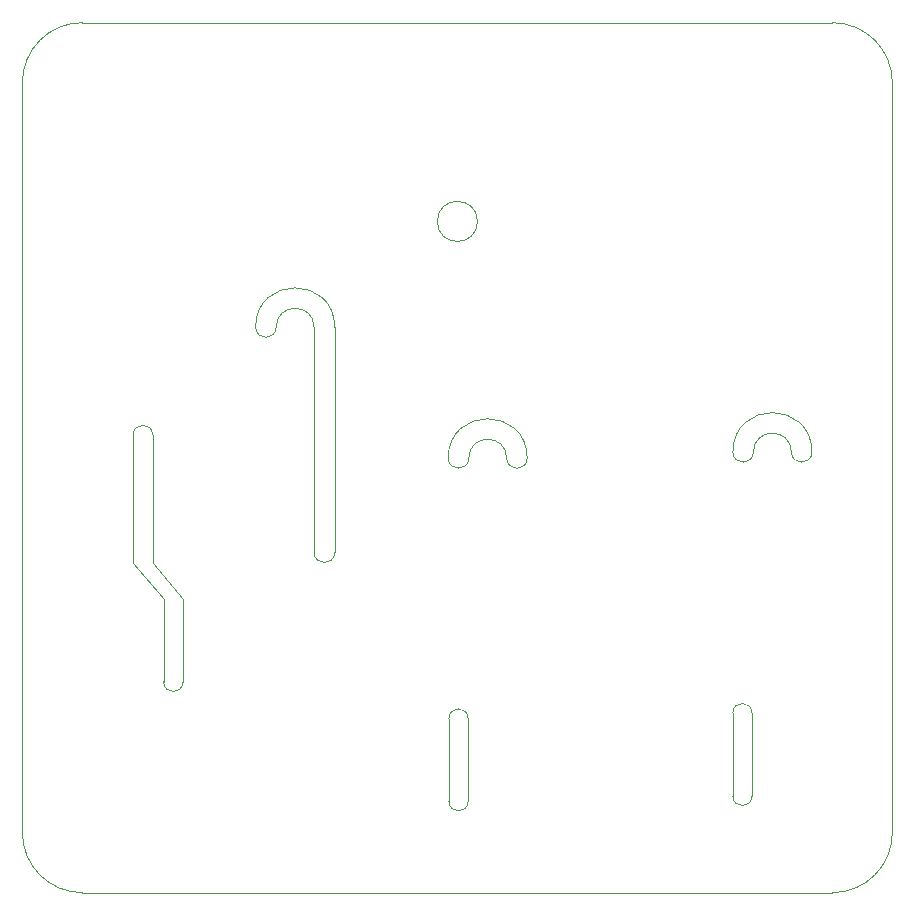
<source format=gm1>
G04 #@! TF.GenerationSoftware,KiCad,Pcbnew,7.0.10*
G04 #@! TF.CreationDate,2024-03-10T12:39:23+01:00*
G04 #@! TF.ProjectId,double_relay,646f7562-6c65-45f7-9265-6c61792e6b69,rev?*
G04 #@! TF.SameCoordinates,Original*
G04 #@! TF.FileFunction,Profile,NP*
%FSLAX46Y46*%
G04 Gerber Fmt 4.6, Leading zero omitted, Abs format (unit mm)*
G04 Created by KiCad (PCBNEW 7.0.10) date 2024-03-10 12:39:23*
%MOMM*%
%LPD*%
G01*
G04 APERTURE LIST*
G04 #@! TA.AperFunction,Profile*
%ADD10C,0.100000*%
G04 #@! TD*
G04 APERTURE END LIST*
D10*
X60960000Y-25400000D02*
G75*
G03*
X55880000Y-30480000I0J-5080000D01*
G01*
X75627466Y-51193396D02*
G75*
G03*
X77367214Y-51187815I869834J15196D01*
G01*
X129540000Y-30480000D02*
G75*
G03*
X124460000Y-25400000I-5080000J0D01*
G01*
X65267049Y-71120000D02*
X67833824Y-74219140D01*
X66903550Y-71120000D02*
X66903550Y-60300077D01*
X82323145Y-51187686D02*
X82323145Y-70259742D01*
X96886055Y-62279541D02*
G75*
G03*
X93669893Y-62276916I-1608085J-3609D01*
G01*
X117657709Y-83865903D02*
X117657709Y-90865903D01*
X66903550Y-60300077D02*
G75*
G03*
X65267048Y-60300077I-818251J0D01*
G01*
X82323135Y-51187686D02*
G75*
G03*
X75627474Y-51193396I-3347825J-9194D01*
G01*
X120990989Y-61764220D02*
G75*
G03*
X122730691Y-61758640I869811J15220D01*
G01*
X80583404Y-51193267D02*
X80583404Y-70265323D01*
X66903550Y-71120000D02*
X69470325Y-74219140D01*
X117657709Y-83865903D02*
G75*
G03*
X116021209Y-83865903I-818250J0D01*
G01*
X55880000Y-93980000D02*
G75*
G03*
X60960000Y-99060000I5080000J0D01*
G01*
X67833824Y-74219140D02*
X67833824Y-81219140D01*
X91930210Y-62279669D02*
G75*
G03*
X93669872Y-62274089I869790J15469D01*
G01*
X116034921Y-61764352D02*
G75*
G03*
X117774759Y-61758769I869879J15352D01*
G01*
X91984708Y-84323313D02*
X91984708Y-91323313D01*
X129540000Y-30480000D02*
X129540000Y-93980000D01*
X94410000Y-42230000D02*
G75*
G03*
X91010000Y-42230000I-1700000J0D01*
G01*
X91010000Y-42230000D02*
G75*
G03*
X94410000Y-42230000I1700000J0D01*
G01*
X93621209Y-84323313D02*
X93621209Y-91323313D01*
X80583393Y-51193267D02*
G75*
G03*
X77367235Y-51190642I-1608083J-3693D01*
G01*
X69470325Y-74219140D02*
X69470325Y-81219140D01*
X122730689Y-61758640D02*
G75*
G03*
X116035020Y-61764350I-3347829J-9200D01*
G01*
X116021208Y-83865903D02*
X116021208Y-90865903D01*
X67833824Y-81219140D02*
G75*
G03*
X69470326Y-81219140I818251J0D01*
G01*
X91984708Y-91323313D02*
G75*
G03*
X93621210Y-91323313I818251J0D01*
G01*
X116021208Y-90865903D02*
G75*
G03*
X117657710Y-90865903I818251J0D01*
G01*
X96886078Y-62279541D02*
G75*
G03*
X98625802Y-62273960I869822J15241D01*
G01*
X98625797Y-62273960D02*
G75*
G03*
X91930132Y-62279670I-3347827J-9190D01*
G01*
X93621209Y-84323313D02*
G75*
G03*
X91984709Y-84323313I-818250J0D01*
G01*
X60960000Y-25400000D02*
X124460000Y-25400000D01*
X124460000Y-99060000D02*
G75*
G03*
X129540000Y-93980000I0J5080000D01*
G01*
X55880000Y-93980000D02*
X55880000Y-30480000D01*
X80583336Y-70265324D02*
G75*
G03*
X82323144Y-70259742I869864J15324D01*
G01*
X120991026Y-61764221D02*
G75*
G03*
X117774782Y-61761596I-1608126J-3579D01*
G01*
X65267049Y-71120000D02*
X65267049Y-60300077D01*
X124460000Y-99060000D02*
X60960000Y-99060000D01*
M02*

</source>
